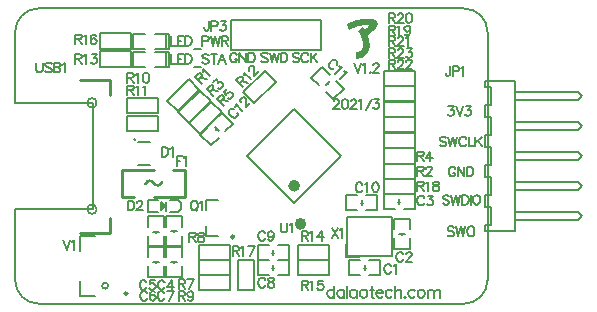
<source format=gto>
G04*
G04 #@! TF.GenerationSoftware,Altium Limited,Altium Designer,18.1.9 (240)*
G04*
G04 Layer_Color=65535*
%FSLAX25Y25*%
%MOIN*%
G70*
G01*
G75*
%ADD10C,0.01000*%
%ADD11C,0.00591*%
%ADD12C,0.00984*%
%ADD13C,0.02000*%
%ADD14C,0.01968*%
%ADD15C,0.00600*%
%ADD16C,0.00800*%
%ADD17C,0.00787*%
%ADD18C,0.00500*%
%ADD19R,0.00700X0.01400*%
G36*
X118058Y95045D02*
X118412Y95024D01*
X118755Y94983D01*
X119099Y94920D01*
X119109D01*
X119140Y94910D01*
X119182Y94899D01*
X119244Y94878D01*
X119317Y94858D01*
X119401Y94837D01*
X119588Y94774D01*
X119796Y94691D01*
X120004Y94587D01*
X120202Y94462D01*
X120285Y94400D01*
X120369Y94327D01*
X120389Y94306D01*
X120431Y94254D01*
X120504Y94181D01*
X120577Y94067D01*
X120660Y93941D01*
X120733Y93785D01*
X120796Y93619D01*
X120827Y93432D01*
Y93421D01*
Y93411D01*
Y93379D01*
Y93338D01*
Y93234D01*
X120806Y93098D01*
X120775Y92921D01*
X120712Y92724D01*
X120618Y92505D01*
X120566Y92391D01*
X120494Y92265D01*
X120483Y92245D01*
X120442Y92182D01*
X120379Y92089D01*
X120285Y91964D01*
X120160Y91808D01*
X120004Y91620D01*
X119817Y91422D01*
X119598Y91204D01*
X119588Y91193D01*
X119567Y91172D01*
X119536Y91141D01*
X119484Y91100D01*
X119411Y91037D01*
X119328Y90964D01*
X119224Y90881D01*
X119109Y90777D01*
X118974Y90673D01*
X118828Y90558D01*
X118661Y90423D01*
X118474Y90288D01*
X118266Y90142D01*
X118037Y89975D01*
X117797Y89809D01*
X117537Y89632D01*
Y89621D01*
X117548Y89590D01*
X117568Y89538D01*
X117589Y89465D01*
X117610Y89382D01*
X117641Y89278D01*
X117673Y89174D01*
X117704Y89049D01*
X117777Y88778D01*
X117850Y88497D01*
X117933Y88216D01*
X117995Y87935D01*
Y87925D01*
X118006Y87904D01*
X118016Y87862D01*
X118026Y87810D01*
X118037Y87748D01*
X118047Y87664D01*
X118068Y87581D01*
X118078Y87477D01*
X118120Y87238D01*
X118151Y86977D01*
X118172Y86675D01*
X118193Y86353D01*
Y86342D01*
Y86311D01*
Y86269D01*
Y86207D01*
Y86124D01*
Y86030D01*
Y85926D01*
X118183Y85811D01*
X118162Y85551D01*
X118120Y85260D01*
X118058Y84947D01*
X117974Y84625D01*
Y84614D01*
X117964Y84583D01*
X117943Y84541D01*
X117922Y84479D01*
X117891Y84396D01*
X117850Y84312D01*
X117797Y84208D01*
X117745Y84094D01*
X117600Y83823D01*
X117506Y83688D01*
X117412Y83532D01*
X117308Y83386D01*
X117183Y83219D01*
X117048Y83063D01*
X116902Y82897D01*
X116892Y82886D01*
X116871Y82855D01*
X116819Y82813D01*
X116767Y82761D01*
X116683Y82688D01*
X116600Y82605D01*
X116496Y82522D01*
X116382Y82438D01*
X116257Y82345D01*
X116132Y82251D01*
X115840Y82085D01*
X115684Y82012D01*
X115528Y81949D01*
X115361Y81897D01*
X115195Y81855D01*
X113790Y81512D01*
X113477Y83771D01*
X113508D01*
X113540Y83781D01*
X113581Y83792D01*
X113633Y83802D01*
X113696Y83813D01*
X113852Y83844D01*
X114039Y83886D01*
X114248Y83938D01*
X114487Y84000D01*
X114737Y84073D01*
X114747D01*
X114768Y84083D01*
X114799Y84104D01*
X114851Y84125D01*
X114966Y84187D01*
X115112Y84291D01*
X115195Y84354D01*
X115278Y84437D01*
X115351Y84521D01*
X115434Y84614D01*
X115507Y84729D01*
X115580Y84854D01*
X115653Y84989D01*
X115705Y85135D01*
Y85145D01*
X115715Y85176D01*
X115736Y85218D01*
X115747Y85270D01*
X115768Y85343D01*
X115799Y85426D01*
X115840Y85614D01*
X115892Y85822D01*
X115934Y86040D01*
X115965Y86259D01*
X115976Y86446D01*
Y86457D01*
Y86467D01*
Y86530D01*
X115965Y86634D01*
X115955Y86759D01*
X115934Y86915D01*
X115913Y87102D01*
X115882Y87300D01*
X115840Y87519D01*
Y87529D01*
X115830Y87550D01*
Y87581D01*
X115820Y87623D01*
X115799Y87675D01*
X115788Y87748D01*
X115747Y87914D01*
X115684Y88112D01*
X115611Y88341D01*
X115528Y88591D01*
X115424Y88862D01*
Y88872D01*
X115413Y88893D01*
X115393Y88934D01*
X115372Y88986D01*
X115351Y89049D01*
X115320Y89122D01*
X115247Y89278D01*
X115153Y89465D01*
X115060Y89653D01*
X114955Y89819D01*
X114851Y89975D01*
X114216Y90850D01*
X115913Y92161D01*
X116538Y91422D01*
X116559Y91433D01*
X116611Y91464D01*
X116683Y91506D01*
X116777Y91568D01*
X116881Y91631D01*
X116985Y91703D01*
X117089Y91766D01*
X117194Y91839D01*
X117204Y91849D01*
X117235Y91870D01*
X117287Y91912D01*
X117360Y91974D01*
X117433Y92047D01*
X117527Y92141D01*
X117620Y92245D01*
X117725Y92359D01*
X117735Y92370D01*
X117766Y92411D01*
X117808Y92474D01*
X117860Y92547D01*
X117902Y92620D01*
X117933Y92692D01*
X117943Y92765D01*
X117933Y92817D01*
Y92828D01*
X117912Y92838D01*
X117891Y92859D01*
X117850Y92890D01*
X117797Y92921D01*
X117725Y92953D01*
X117631Y92984D01*
X117506Y93005D01*
X117485D01*
X117433Y93015D01*
X117225D01*
X117058Y93005D01*
X116965Y92994D01*
X116860Y92984D01*
X116736Y92973D01*
X116611Y92953D01*
X116465Y92932D01*
X116319Y92911D01*
X116309D01*
X116278Y92901D01*
X116236D01*
X116174Y92890D01*
X116101Y92869D01*
X116007Y92859D01*
X115903Y92838D01*
X115788Y92817D01*
X115653Y92786D01*
X115518Y92755D01*
X115216Y92692D01*
X114883Y92620D01*
X114529Y92526D01*
X114518D01*
X114487Y92515D01*
X114425Y92495D01*
X114341Y92474D01*
X114237Y92443D01*
X114102Y92391D01*
X113935Y92338D01*
X113748Y92276D01*
X113529Y92203D01*
X113279Y92109D01*
X113009Y92016D01*
X112697Y91901D01*
X112353Y91766D01*
X111989Y91620D01*
X111572Y91464D01*
X111135Y91287D01*
X110490Y93244D01*
X110510Y93255D01*
X110552Y93275D01*
X110625Y93306D01*
X110719Y93348D01*
X110844Y93400D01*
X110989Y93452D01*
X111156Y93525D01*
X111343Y93608D01*
X111551Y93692D01*
X111770Y93775D01*
X111999Y93869D01*
X112249Y93962D01*
X112509Y94067D01*
X112780Y94160D01*
X113331Y94368D01*
X113352Y94379D01*
X113404Y94389D01*
X113488Y94420D01*
X113602Y94452D01*
X113748Y94493D01*
X113925Y94545D01*
X114133Y94597D01*
X114362Y94660D01*
X114612Y94712D01*
X114893Y94774D01*
X115205Y94826D01*
X115528Y94878D01*
X115872Y94930D01*
X116236Y94983D01*
X116621Y95014D01*
X117027Y95045D01*
X117079D01*
X117142Y95055D01*
X117735D01*
X118058Y95045D01*
D02*
G37*
D10*
X46250Y40213D02*
G03*
X48998Y40574I1299J750D01*
G01*
X46250Y40213D02*
G03*
X43502Y39851I-1299J-750D01*
G01*
X21500Y74713D02*
X31500D01*
Y69713D02*
Y74713D01*
X21500Y23713D02*
X31500D01*
Y28713D01*
X52750Y35713D02*
X56750D01*
Y44713D01*
X52750D02*
X56750D01*
X37250D02*
X46250D01*
Y35713D02*
X55250D01*
X35750D02*
X39750D01*
X35750D02*
Y44713D01*
X39750D01*
D11*
X31000Y6000D02*
G03*
X31000Y6000I-1000J0D01*
G01*
X110634Y28846D02*
X125634D01*
Y15846D02*
Y28846D01*
X110634Y15846D02*
X125634D01*
X110634D02*
Y28846D01*
D12*
X37441Y3445D02*
G03*
X37441Y3445I-492J0D01*
G01*
X72992Y22291D02*
G03*
X72992Y22291I-492J0D01*
G01*
D13*
X96106Y26585D02*
G03*
X96106Y26585I-984J0D01*
G01*
D14*
X93984Y39313D02*
G03*
X93984Y39313I-984J0D01*
G01*
D15*
X40896Y54047D02*
X45103D01*
X40896Y46347D02*
X45103D01*
X44153Y30500D02*
Y34500D01*
Y30500D02*
X47731D01*
X44153Y34500D02*
X47731D01*
X54353Y30500D02*
X55353Y31500D01*
X51731Y30500D02*
X54353D01*
X55353Y31500D02*
Y33500D01*
X54353Y34500D02*
X55353Y33500D01*
X51731Y34500D02*
X54353D01*
X50454Y31000D02*
Y34000D01*
X48753Y33900D02*
X50153Y32500D01*
X48753Y31100D02*
X50153Y32500D01*
X48753Y31100D02*
Y33900D01*
X49154Y32500D02*
X50153D01*
X86059Y17000D02*
X86359D01*
X85759D02*
X86059D01*
Y16100D02*
Y17900D01*
X127759Y34000D02*
X128059D01*
X128359D01*
X128059Y33100D02*
Y34900D01*
X104006Y73712D02*
X104218Y73500D01*
X104430Y73288D01*
X103582Y72864D02*
X104855Y74136D01*
X187622Y37835D02*
X189000Y39213D01*
X187083Y37835D02*
X187622D01*
Y40591D02*
X189000Y39213D01*
X187083Y40591D02*
X187622D01*
X156500Y34213D02*
Y36213D01*
X158500D01*
Y37213D01*
Y42213D01*
X156500D02*
X158500D01*
X156500D02*
Y44213D01*
X166500Y34213D02*
Y44213D01*
Y40591D02*
X187083D01*
X166500Y37835D02*
X187083D01*
X166500Y67835D02*
X187083D01*
X166500Y70591D02*
X187083D01*
X156500Y74213D02*
X166500D01*
Y64213D02*
Y74213D01*
X156500Y72213D02*
Y74213D01*
Y72213D02*
X158500D01*
Y67213D02*
Y72213D01*
Y66213D02*
Y67213D01*
X156500Y66213D02*
X158500D01*
X156500Y64213D02*
Y66213D01*
X187083Y70591D02*
X187622D01*
X189000Y69213D01*
X187083Y67835D02*
X187622D01*
X189000Y69213D01*
X187622Y57835D02*
X189000Y59213D01*
X187083Y57835D02*
X187622D01*
Y60590D02*
X189000Y59213D01*
X187083Y60590D02*
X187622D01*
X156500Y54213D02*
Y56213D01*
X158500D01*
Y57213D01*
Y62213D01*
X156500D02*
X158500D01*
X156500D02*
Y64213D01*
X166500Y54213D02*
Y64213D01*
Y60590D02*
X187083D01*
X166500Y57835D02*
X187083D01*
X166500Y47835D02*
X187083D01*
X166500Y50591D02*
X187083D01*
X166500Y44213D02*
Y54213D01*
X156500Y52213D02*
Y54213D01*
Y52213D02*
X158500D01*
Y47213D02*
Y52213D01*
Y46213D02*
Y47213D01*
X156500Y46213D02*
X158500D01*
X156500Y44213D02*
Y46213D01*
X187083Y50591D02*
X187622D01*
X189000Y49213D01*
X187083Y47835D02*
X187622D01*
X189000Y49213D01*
X166500Y27835D02*
X187083D01*
X166500Y30591D02*
X187083D01*
X166500Y24213D02*
Y34213D01*
X156500Y24213D02*
X166500D01*
X156500Y32213D02*
Y34213D01*
Y32213D02*
X158500D01*
Y27213D02*
Y32213D01*
Y26213D02*
Y27213D01*
X156500Y26213D02*
X158500D01*
X156500Y24213D02*
Y26213D01*
X187083Y30591D02*
X187622D01*
X189000Y29213D01*
X187083Y27835D02*
X187622D01*
X189000Y29213D01*
X115559Y32757D02*
Y34557D01*
X115259Y33657D02*
X115559D01*
X115859D01*
X116259Y12000D02*
X116559D01*
X116859D01*
X116559Y11100D02*
Y12900D01*
X53000Y13941D02*
Y14241D01*
Y13641D02*
Y13941D01*
X52100D02*
X53900D01*
X53000Y24060D02*
Y24360D01*
Y23760D02*
Y24060D01*
X52100D02*
X53900D01*
X47000Y23941D02*
Y24241D01*
Y23641D02*
Y23941D01*
X46100D02*
X47900D01*
X66554Y58826D02*
X67827Y57554D01*
X67190Y58190D02*
X67403Y58402D01*
X66978Y57978D02*
X67190Y58190D01*
X93000Y64769D02*
X108556Y49213D01*
X77444D02*
X93000Y64769D01*
X77444Y49213D02*
X93000Y33656D01*
X108556Y49213D01*
X129000Y23232D02*
Y23532D01*
Y22932D02*
Y23232D01*
X128100D02*
X129900D01*
X47000Y13941D02*
Y14241D01*
Y13641D02*
Y13941D01*
X46100D02*
X47900D01*
X86059Y11100D02*
Y12900D01*
X85759Y12000D02*
X86059D01*
X86359D01*
X39802Y55001D02*
X39650Y54849D01*
X39802Y54697D01*
X39954Y54849D01*
X39802Y55001D01*
X106285Y5999D02*
Y2000D01*
Y4095D02*
X105904Y4476D01*
X105524Y4666D01*
X104952D01*
X104571Y4476D01*
X104190Y4095D01*
X104000Y3523D01*
Y3143D01*
X104190Y2571D01*
X104571Y2190D01*
X104952Y2000D01*
X105524D01*
X105904Y2190D01*
X106285Y2571D01*
X109637Y4666D02*
Y2000D01*
Y4095D02*
X109256Y4476D01*
X108875Y4666D01*
X108304D01*
X107923Y4476D01*
X107542Y4095D01*
X107352Y3523D01*
Y3143D01*
X107542Y2571D01*
X107923Y2190D01*
X108304Y2000D01*
X108875D01*
X109256Y2190D01*
X109637Y2571D01*
X110703Y5999D02*
Y2000D01*
X113827Y4666D02*
Y2000D01*
Y4095D02*
X113446Y4476D01*
X113065Y4666D01*
X112493D01*
X112113Y4476D01*
X111732Y4095D01*
X111541Y3523D01*
Y3143D01*
X111732Y2571D01*
X112113Y2190D01*
X112493Y2000D01*
X113065D01*
X113446Y2190D01*
X113827Y2571D01*
X115845Y4666D02*
X115464Y4476D01*
X115083Y4095D01*
X114893Y3523D01*
Y3143D01*
X115083Y2571D01*
X115464Y2190D01*
X115845Y2000D01*
X116416D01*
X116797Y2190D01*
X117178Y2571D01*
X117369Y3143D01*
Y3523D01*
X117178Y4095D01*
X116797Y4476D01*
X116416Y4666D01*
X115845D01*
X118816Y5999D02*
Y2762D01*
X119006Y2190D01*
X119387Y2000D01*
X119768D01*
X118245Y4666D02*
X119578D01*
X120339Y3523D02*
X122625D01*
Y3904D01*
X122434Y4285D01*
X122244Y4476D01*
X121863Y4666D01*
X121291D01*
X120911Y4476D01*
X120530Y4095D01*
X120339Y3523D01*
Y3143D01*
X120530Y2571D01*
X120911Y2190D01*
X121291Y2000D01*
X121863D01*
X122244Y2190D01*
X122625Y2571D01*
X125767Y4095D02*
X125386Y4476D01*
X125005Y4666D01*
X124434D01*
X124053Y4476D01*
X123672Y4095D01*
X123482Y3523D01*
Y3143D01*
X123672Y2571D01*
X124053Y2190D01*
X124434Y2000D01*
X125005D01*
X125386Y2190D01*
X125767Y2571D01*
X126624Y5999D02*
Y2000D01*
Y3904D02*
X127195Y4476D01*
X127576Y4666D01*
X128147D01*
X128528Y4476D01*
X128718Y3904D01*
Y2000D01*
X129956Y2381D02*
X129766Y2190D01*
X129956Y2000D01*
X130147Y2190D01*
X129956Y2381D01*
X133308Y4095D02*
X132927Y4476D01*
X132546Y4666D01*
X131975D01*
X131594Y4476D01*
X131213Y4095D01*
X131023Y3523D01*
Y3143D01*
X131213Y2571D01*
X131594Y2190D01*
X131975Y2000D01*
X132546D01*
X132927Y2190D01*
X133308Y2571D01*
X135117Y4666D02*
X134736Y4476D01*
X134355Y4095D01*
X134165Y3523D01*
Y3143D01*
X134355Y2571D01*
X134736Y2190D01*
X135117Y2000D01*
X135688D01*
X136069Y2190D01*
X136450Y2571D01*
X136641Y3143D01*
Y3523D01*
X136450Y4095D01*
X136069Y4476D01*
X135688Y4666D01*
X135117D01*
X137517D02*
Y2000D01*
Y3904D02*
X138088Y4476D01*
X138469Y4666D01*
X139040D01*
X139421Y4476D01*
X139611Y3904D01*
Y2000D01*
Y3904D02*
X140183Y4476D01*
X140564Y4666D01*
X141135D01*
X141516Y4476D01*
X141706Y3904D01*
Y2000D01*
X113000Y80199D02*
X114219Y77000D01*
X115438Y80199D02*
X114219Y77000D01*
X115849Y79590D02*
X116154Y79742D01*
X116611Y80199D01*
Y77000D01*
X118347Y77305D02*
X118195Y77152D01*
X118347Y77000D01*
X118500Y77152D01*
X118347Y77305D01*
X119353Y79438D02*
Y79590D01*
X119505Y79895D01*
X119658Y80047D01*
X119962Y80199D01*
X120572D01*
X120876Y80047D01*
X121029Y79895D01*
X121181Y79590D01*
Y79285D01*
X121029Y78980D01*
X120724Y78523D01*
X119201Y77000D01*
X121333D01*
X106152Y67438D02*
Y67590D01*
X106305Y67895D01*
X106457Y68047D01*
X106762Y68199D01*
X107371D01*
X107676Y68047D01*
X107828Y67895D01*
X107981Y67590D01*
Y67285D01*
X107828Y66980D01*
X107524Y66523D01*
X106000Y65000D01*
X108133D01*
X109763Y68199D02*
X109306Y68047D01*
X109001Y67590D01*
X108849Y66828D01*
Y66371D01*
X109001Y65609D01*
X109306Y65152D01*
X109763Y65000D01*
X110068D01*
X110525Y65152D01*
X110829Y65609D01*
X110982Y66371D01*
Y66828D01*
X110829Y67590D01*
X110525Y68047D01*
X110068Y68199D01*
X109763D01*
X111850Y67438D02*
Y67590D01*
X112003Y67895D01*
X112155Y68047D01*
X112460Y68199D01*
X113069D01*
X113374Y68047D01*
X113526Y67895D01*
X113678Y67590D01*
Y67285D01*
X113526Y66980D01*
X113221Y66523D01*
X111698Y65000D01*
X113831D01*
X114547Y67590D02*
X114851Y67742D01*
X115308Y68199D01*
Y65000D01*
X116893Y64543D02*
X119026Y68199D01*
X119544D02*
X121220D01*
X120306Y66980D01*
X120763D01*
X121067Y66828D01*
X121220Y66676D01*
X121372Y66219D01*
Y65914D01*
X121220Y65457D01*
X120915Y65152D01*
X120458Y65000D01*
X120001D01*
X119544Y65152D01*
X119391Y65305D01*
X119239Y65609D01*
X94633Y83242D02*
X94328Y83547D01*
X93871Y83699D01*
X93262D01*
X92805Y83547D01*
X92500Y83242D01*
Y82938D01*
X92652Y82633D01*
X92805Y82481D01*
X93109Y82328D01*
X94024Y82024D01*
X94328Y81871D01*
X94481Y81719D01*
X94633Y81414D01*
Y80957D01*
X94328Y80652D01*
X93871Y80500D01*
X93262D01*
X92805Y80652D01*
X92500Y80957D01*
X97634Y82938D02*
X97482Y83242D01*
X97177Y83547D01*
X96872Y83699D01*
X96263D01*
X95958Y83547D01*
X95654Y83242D01*
X95501Y82938D01*
X95349Y82481D01*
Y81719D01*
X95501Y81262D01*
X95654Y80957D01*
X95958Y80652D01*
X96263Y80500D01*
X96872D01*
X97177Y80652D01*
X97482Y80957D01*
X97634Y81262D01*
X98533Y83699D02*
Y80500D01*
X100666Y83699D02*
X98533Y81566D01*
X99295Y82328D02*
X100666Y80500D01*
X84133Y83242D02*
X83828Y83547D01*
X83371Y83699D01*
X82762D01*
X82305Y83547D01*
X82000Y83242D01*
Y82938D01*
X82152Y82633D01*
X82305Y82481D01*
X82609Y82328D01*
X83523Y82024D01*
X83828Y81871D01*
X83981Y81719D01*
X84133Y81414D01*
Y80957D01*
X83828Y80652D01*
X83371Y80500D01*
X82762D01*
X82305Y80652D01*
X82000Y80957D01*
X84849Y83699D02*
X85611Y80500D01*
X86372Y83699D02*
X85611Y80500D01*
X86372Y83699D02*
X87134Y80500D01*
X87896Y83699D02*
X87134Y80500D01*
X88536Y83699D02*
Y80500D01*
Y83699D02*
X89602D01*
X90059Y83547D01*
X90364Y83242D01*
X90516Y82938D01*
X90669Y82481D01*
Y81719D01*
X90516Y81262D01*
X90364Y80957D01*
X90059Y80652D01*
X89602Y80500D01*
X88536D01*
X73930Y82938D02*
X73778Y83242D01*
X73473Y83547D01*
X73168Y83699D01*
X72559D01*
X72254Y83547D01*
X71950Y83242D01*
X71797Y82938D01*
X71645Y82481D01*
Y81719D01*
X71797Y81262D01*
X71950Y80957D01*
X72254Y80652D01*
X72559Y80500D01*
X73168D01*
X73473Y80652D01*
X73778Y80957D01*
X73930Y81262D01*
Y81719D01*
X73168D02*
X73930D01*
X74661Y83699D02*
Y80500D01*
Y83699D02*
X76794Y80500D01*
Y83699D02*
Y80500D01*
X77678Y83699D02*
Y80500D01*
Y83699D02*
X78744D01*
X79202Y83547D01*
X79506Y83242D01*
X79659Y82938D01*
X79811Y82481D01*
Y81719D01*
X79659Y81262D01*
X79506Y80957D01*
X79202Y80652D01*
X78744Y80500D01*
X77678D01*
X146278Y25302D02*
X145973Y25607D01*
X145516Y25759D01*
X144907D01*
X144450Y25607D01*
X144145Y25302D01*
Y24998D01*
X144297Y24693D01*
X144450Y24541D01*
X144754Y24388D01*
X145668Y24084D01*
X145973Y23931D01*
X146125Y23779D01*
X146278Y23474D01*
Y23017D01*
X145973Y22713D01*
X145516Y22560D01*
X144907D01*
X144450Y22713D01*
X144145Y23017D01*
X146994Y25759D02*
X147756Y22560D01*
X148517Y25759D02*
X147756Y22560D01*
X148517Y25759D02*
X149279Y22560D01*
X150041Y25759D02*
X149279Y22560D01*
X151595Y25759D02*
X151290Y25607D01*
X150985Y25302D01*
X150833Y24998D01*
X150681Y24541D01*
Y23779D01*
X150833Y23322D01*
X150985Y23017D01*
X151290Y22713D01*
X151595Y22560D01*
X152204D01*
X152509Y22713D01*
X152814Y23017D01*
X152966Y23322D01*
X153118Y23779D01*
Y24541D01*
X152966Y24998D01*
X152814Y25302D01*
X152509Y25607D01*
X152204Y25759D01*
X151595D01*
X143633Y55242D02*
X143328Y55547D01*
X142871Y55699D01*
X142262D01*
X141805Y55547D01*
X141500Y55242D01*
Y54938D01*
X141652Y54633D01*
X141805Y54480D01*
X142109Y54328D01*
X143024Y54023D01*
X143328Y53871D01*
X143481Y53719D01*
X143633Y53414D01*
Y52957D01*
X143328Y52652D01*
X142871Y52500D01*
X142262D01*
X141805Y52652D01*
X141500Y52957D01*
X144349Y55699D02*
X145111Y52500D01*
X145872Y55699D02*
X145111Y52500D01*
X145872Y55699D02*
X146634Y52500D01*
X147396Y55699D02*
X146634Y52500D01*
X150321Y54938D02*
X150169Y55242D01*
X149864Y55547D01*
X149559Y55699D01*
X148950D01*
X148645Y55547D01*
X148340Y55242D01*
X148188Y54938D01*
X148036Y54480D01*
Y53719D01*
X148188Y53262D01*
X148340Y52957D01*
X148645Y52652D01*
X148950Y52500D01*
X149559D01*
X149864Y52652D01*
X150169Y52957D01*
X150321Y53262D01*
X151220Y55699D02*
Y52500D01*
X153048D01*
X153398Y55699D02*
Y52500D01*
X155531Y55699D02*
X153398Y53566D01*
X154160Y54328D02*
X155531Y52500D01*
X144633Y35742D02*
X144328Y36047D01*
X143871Y36199D01*
X143262D01*
X142805Y36047D01*
X142500Y35742D01*
Y35438D01*
X142652Y35133D01*
X142805Y34980D01*
X143109Y34828D01*
X144024Y34523D01*
X144328Y34371D01*
X144481Y34219D01*
X144633Y33914D01*
Y33457D01*
X144328Y33152D01*
X143871Y33000D01*
X143262D01*
X142805Y33152D01*
X142500Y33457D01*
X145349Y36199D02*
X146111Y33000D01*
X146872Y36199D02*
X146111Y33000D01*
X146872Y36199D02*
X147634Y33000D01*
X148396Y36199D02*
X147634Y33000D01*
X149036Y36199D02*
Y33000D01*
Y36199D02*
X150102D01*
X150559Y36047D01*
X150864Y35742D01*
X151016Y35438D01*
X151169Y34980D01*
Y34219D01*
X151016Y33762D01*
X150864Y33457D01*
X150559Y33152D01*
X150102Y33000D01*
X149036D01*
X151885Y36199D02*
Y33000D01*
X153469Y36199D02*
X153164Y36047D01*
X152860Y35742D01*
X152707Y35438D01*
X152555Y34980D01*
Y34219D01*
X152707Y33762D01*
X152860Y33457D01*
X153164Y33152D01*
X153469Y33000D01*
X154078D01*
X154383Y33152D01*
X154688Y33457D01*
X154840Y33762D01*
X154993Y34219D01*
Y34980D01*
X154840Y35438D01*
X154688Y35742D01*
X154383Y36047D01*
X154078Y36199D01*
X153469D01*
X144450Y65906D02*
X146125D01*
X145211Y64687D01*
X145668D01*
X145973Y64535D01*
X146125Y64382D01*
X146278Y63925D01*
Y63621D01*
X146125Y63164D01*
X145821Y62859D01*
X145364Y62707D01*
X144907D01*
X144450Y62859D01*
X144297Y63011D01*
X144145Y63316D01*
X146994Y65906D02*
X148213Y62707D01*
X149432Y65906D02*
X148213Y62707D01*
X150147Y65906D02*
X151823D01*
X150909Y64687D01*
X151366D01*
X151671Y64535D01*
X151823Y64382D01*
X151976Y63925D01*
Y63621D01*
X151823Y63164D01*
X151519Y62859D01*
X151062Y62707D01*
X150605D01*
X150147Y62859D01*
X149995Y63011D01*
X149843Y63316D01*
X146785Y44938D02*
X146633Y45242D01*
X146328Y45547D01*
X146023Y45699D01*
X145414D01*
X145109Y45547D01*
X144805Y45242D01*
X144652Y44938D01*
X144500Y44480D01*
Y43719D01*
X144652Y43262D01*
X144805Y42957D01*
X145109Y42652D01*
X145414Y42500D01*
X146023D01*
X146328Y42652D01*
X146633Y42957D01*
X146785Y43262D01*
Y43719D01*
X146023D02*
X146785D01*
X147517Y45699D02*
Y42500D01*
Y45699D02*
X149649Y42500D01*
Y45699D02*
Y42500D01*
X150533Y45699D02*
Y42500D01*
Y45699D02*
X151599D01*
X152057Y45547D01*
X152361Y45242D01*
X152514Y44938D01*
X152666Y44480D01*
Y43719D01*
X152514Y43262D01*
X152361Y42957D01*
X152057Y42652D01*
X151599Y42500D01*
X150533D01*
X7000Y80318D02*
Y78033D01*
X7152Y77576D01*
X7457Y77271D01*
X7914Y77119D01*
X8219D01*
X8676Y77271D01*
X8980Y77576D01*
X9133Y78033D01*
Y80318D01*
X12149Y79861D02*
X11845Y80166D01*
X11388Y80318D01*
X10778D01*
X10321Y80166D01*
X10017Y79861D01*
Y79557D01*
X10169Y79252D01*
X10321Y79100D01*
X10626Y78947D01*
X11540Y78642D01*
X11845Y78490D01*
X11997Y78338D01*
X12149Y78033D01*
Y77576D01*
X11845Y77271D01*
X11388Y77119D01*
X10778D01*
X10321Y77271D01*
X10017Y77576D01*
X12865Y80318D02*
Y77119D01*
Y80318D02*
X14236D01*
X14694Y80166D01*
X14846Y80014D01*
X14998Y79709D01*
Y79404D01*
X14846Y79100D01*
X14694Y78947D01*
X14236Y78795D01*
X12865D02*
X14236D01*
X14694Y78642D01*
X14846Y78490D01*
X14998Y78185D01*
Y77728D01*
X14846Y77424D01*
X14694Y77271D01*
X14236Y77119D01*
X12865D01*
X15714Y79709D02*
X16019Y79861D01*
X16476Y80318D01*
Y77119D01*
X48853Y52199D02*
Y49000D01*
Y52199D02*
X49920D01*
X50377Y52047D01*
X50682Y51742D01*
X50834Y51438D01*
X50986Y50981D01*
Y50219D01*
X50834Y49762D01*
X50682Y49457D01*
X50377Y49152D01*
X49920Y49000D01*
X48853D01*
X51702Y51590D02*
X52007Y51742D01*
X52464Y52199D01*
Y49000D01*
X83285Y23438D02*
X83133Y23742D01*
X82828Y24047D01*
X82524Y24199D01*
X81914D01*
X81609Y24047D01*
X81305Y23742D01*
X81152Y23438D01*
X81000Y22980D01*
Y22219D01*
X81152Y21762D01*
X81305Y21457D01*
X81609Y21152D01*
X81914Y21000D01*
X82524D01*
X82828Y21152D01*
X83133Y21457D01*
X83285Y21762D01*
X86165Y23133D02*
X86012Y22676D01*
X85708Y22371D01*
X85251Y22219D01*
X85098D01*
X84641Y22371D01*
X84336Y22676D01*
X84184Y23133D01*
Y23285D01*
X84336Y23742D01*
X84641Y24047D01*
X85098Y24199D01*
X85251D01*
X85708Y24047D01*
X86012Y23742D01*
X86165Y23133D01*
Y22371D01*
X86012Y21609D01*
X85708Y21152D01*
X85251Y21000D01*
X84946D01*
X84489Y21152D01*
X84336Y21457D01*
X136285Y35194D02*
X136133Y35499D01*
X135828Y35803D01*
X135523Y35956D01*
X134914D01*
X134609Y35803D01*
X134305Y35499D01*
X134152Y35194D01*
X134000Y34737D01*
Y33975D01*
X134152Y33518D01*
X134305Y33214D01*
X134609Y32909D01*
X134914Y32757D01*
X135523D01*
X135828Y32909D01*
X136133Y33214D01*
X136285Y33518D01*
X137489Y35956D02*
X139165D01*
X138251Y34737D01*
X138708D01*
X139012Y34585D01*
X139165Y34432D01*
X139317Y33975D01*
Y33671D01*
X139165Y33214D01*
X138860Y32909D01*
X138403Y32757D01*
X137946D01*
X137489Y32909D01*
X137336Y33061D01*
X137184Y33366D01*
X107340Y79608D02*
X107447Y79931D01*
Y80362D01*
X107340Y80685D01*
X106909Y81116D01*
X106585Y81224D01*
X106155Y81224D01*
X105831Y81116D01*
X105401Y80901D01*
X104862Y80362D01*
X104646Y79931D01*
X104539Y79608D01*
Y79177D01*
X104646Y78854D01*
X105077Y78423D01*
X105401Y78315D01*
X105831Y78315D01*
X106155Y78423D01*
X108083Y79080D02*
X108406Y78972D01*
X109052D01*
X106790Y76710D01*
X109742Y77421D02*
X110065Y77313D01*
X110711D01*
X108449Y75051D01*
X64524Y94199D02*
Y91762D01*
X64371Y91305D01*
X64219Y91152D01*
X63914Y91000D01*
X63609D01*
X63305Y91152D01*
X63152Y91305D01*
X63000Y91762D01*
Y92066D01*
X65346Y92523D02*
X66717D01*
X67174Y92676D01*
X67327Y92828D01*
X67479Y93133D01*
Y93590D01*
X67327Y93895D01*
X67174Y94047D01*
X66717Y94199D01*
X65346D01*
Y91000D01*
X68500Y94199D02*
X70176D01*
X69261Y92980D01*
X69719D01*
X70023Y92828D01*
X70176Y92676D01*
X70328Y92219D01*
Y91914D01*
X70176Y91457D01*
X69871Y91152D01*
X69414Y91000D01*
X68957D01*
X68500Y91152D01*
X68347Y91305D01*
X68195Y91609D01*
X124500Y85199D02*
Y82000D01*
Y85199D02*
X125871D01*
X126328Y85047D01*
X126480Y84895D01*
X126633Y84590D01*
Y84285D01*
X126480Y83981D01*
X126328Y83828D01*
X125871Y83676D01*
X124500D01*
X125566D02*
X126633Y82000D01*
X127501Y84438D02*
Y84590D01*
X127654Y84895D01*
X127806Y85047D01*
X128111Y85199D01*
X128720D01*
X129025Y85047D01*
X129177Y84895D01*
X129329Y84590D01*
Y84285D01*
X129177Y83981D01*
X128872Y83523D01*
X127349Y82000D01*
X129482D01*
X130502Y85199D02*
X132178D01*
X131264Y83981D01*
X131721D01*
X132026Y83828D01*
X132178Y83676D01*
X132331Y83219D01*
Y82914D01*
X132178Y82457D01*
X131874Y82152D01*
X131417Y82000D01*
X130960D01*
X130502Y82152D01*
X130350Y82305D01*
X130198Y82609D01*
X124500Y81379D02*
Y78180D01*
Y81379D02*
X125871D01*
X126328Y81227D01*
X126480Y81075D01*
X126633Y80770D01*
Y80465D01*
X126480Y80160D01*
X126328Y80008D01*
X125871Y79856D01*
X124500D01*
X125566D02*
X126633Y78180D01*
X127501Y80617D02*
Y80770D01*
X127654Y81075D01*
X127806Y81227D01*
X128111Y81379D01*
X128720D01*
X129025Y81227D01*
X129177Y81075D01*
X129329Y80770D01*
Y80465D01*
X129177Y80160D01*
X128872Y79703D01*
X127349Y78180D01*
X129482D01*
X130350Y80617D02*
Y80770D01*
X130502Y81075D01*
X130655Y81227D01*
X130960Y81379D01*
X131569D01*
X131874Y81227D01*
X132026Y81075D01*
X132178Y80770D01*
Y80465D01*
X132026Y80160D01*
X131721Y79703D01*
X130198Y78180D01*
X132331D01*
X124500Y89199D02*
Y86000D01*
Y89199D02*
X125871D01*
X126328Y89047D01*
X126480Y88895D01*
X126633Y88590D01*
Y88285D01*
X126480Y87981D01*
X126328Y87828D01*
X125871Y87676D01*
X124500D01*
X125566D02*
X126633Y86000D01*
X127501Y88438D02*
Y88590D01*
X127654Y88895D01*
X127806Y89047D01*
X128111Y89199D01*
X128720D01*
X129025Y89047D01*
X129177Y88895D01*
X129329Y88590D01*
Y88285D01*
X129177Y87981D01*
X128872Y87524D01*
X127349Y86000D01*
X129482D01*
X130198Y88590D02*
X130502Y88742D01*
X130960Y89199D01*
Y86000D01*
X124500Y96846D02*
Y93647D01*
Y96846D02*
X125871D01*
X126328Y96693D01*
X126480Y96541D01*
X126633Y96236D01*
Y95932D01*
X126480Y95627D01*
X126328Y95475D01*
X125871Y95322D01*
X124500D01*
X125566D02*
X126633Y93647D01*
X127501Y96084D02*
Y96236D01*
X127654Y96541D01*
X127806Y96693D01*
X128111Y96846D01*
X128720D01*
X129025Y96693D01*
X129177Y96541D01*
X129329Y96236D01*
Y95932D01*
X129177Y95627D01*
X128872Y95170D01*
X127349Y93647D01*
X129482D01*
X131112Y96846D02*
X130655Y96693D01*
X130350Y96236D01*
X130198Y95475D01*
Y95018D01*
X130350Y94256D01*
X130655Y93799D01*
X131112Y93647D01*
X131417D01*
X131874Y93799D01*
X132178Y94256D01*
X132331Y95018D01*
Y95475D01*
X132178Y96236D01*
X131874Y96693D01*
X131417Y96846D01*
X131112D01*
X124500Y92699D02*
Y89500D01*
Y92699D02*
X125871D01*
X126328Y92547D01*
X126480Y92395D01*
X126633Y92090D01*
Y91785D01*
X126480Y91480D01*
X126328Y91328D01*
X125871Y91176D01*
X124500D01*
X125566D02*
X126633Y89500D01*
X127349Y92090D02*
X127654Y92242D01*
X128111Y92699D01*
Y89500D01*
X131676Y91633D02*
X131523Y91176D01*
X131219Y90871D01*
X130762Y90719D01*
X130609D01*
X130152Y90871D01*
X129847Y91176D01*
X129695Y91633D01*
Y91785D01*
X129847Y92242D01*
X130152Y92547D01*
X130609Y92699D01*
X130762D01*
X131219Y92547D01*
X131523Y92242D01*
X131676Y91633D01*
Y90871D01*
X131523Y90109D01*
X131219Y89652D01*
X130762Y89500D01*
X130457D01*
X130000Y89652D01*
X129847Y89957D01*
X145024Y79145D02*
Y76708D01*
X144871Y76251D01*
X144719Y76098D01*
X144414Y75946D01*
X144109D01*
X143805Y76098D01*
X143652Y76251D01*
X143500Y76708D01*
Y77012D01*
X145846Y77469D02*
X147217D01*
X147674Y77622D01*
X147827Y77774D01*
X147979Y78079D01*
Y78536D01*
X147827Y78841D01*
X147674Y78993D01*
X147217Y79145D01*
X145846D01*
Y75946D01*
X148695Y78536D02*
X149000Y78688D01*
X149457Y79145D01*
Y75946D01*
X73738Y74475D02*
X76000Y72213D01*
X73738Y74475D02*
X74707Y75444D01*
X75138Y75660D01*
X75354D01*
X75677Y75552D01*
X75892Y75337D01*
X76000Y75014D01*
Y74798D01*
X75784Y74367D01*
X74815Y73398D01*
X75569Y74152D02*
X77508Y73721D01*
X76183Y76058D02*
X76291Y76382D01*
Y77028D01*
X78553Y74766D01*
X78058Y77717D02*
X77950Y77825D01*
X77842Y78148D01*
X77842Y78364D01*
X77950Y78687D01*
X78381Y79118D01*
X78704Y79226D01*
X78919D01*
X79243Y79118D01*
X79458Y78902D01*
X79566Y78579D01*
X79673Y78041D01*
Y75886D01*
X81182Y77394D01*
X105500Y25218D02*
X107633Y22019D01*
Y25218D02*
X105500Y22019D01*
X108349Y24609D02*
X108654Y24761D01*
X109111Y25218D01*
Y22019D01*
X16000Y21199D02*
X17219Y18000D01*
X18438Y21199D02*
X17219Y18000D01*
X18849Y20590D02*
X19154Y20742D01*
X19611Y21199D01*
Y18000D01*
X58018Y23699D02*
Y20500D01*
Y23699D02*
X59389D01*
X59846Y23547D01*
X59999Y23395D01*
X60151Y23090D01*
Y22785D01*
X59999Y22480D01*
X59846Y22328D01*
X59389Y22176D01*
X58018D01*
X59085D02*
X60151Y20500D01*
X61629Y23699D02*
X61172Y23547D01*
X61019Y23242D01*
Y22938D01*
X61172Y22633D01*
X61476Y22480D01*
X62086Y22328D01*
X62543Y22176D01*
X62848Y21871D01*
X63000Y21566D01*
Y21109D01*
X62848Y20805D01*
X62695Y20652D01*
X62238Y20500D01*
X61629D01*
X61172Y20652D01*
X61019Y20805D01*
X60867Y21109D01*
Y21566D01*
X61019Y21871D01*
X61324Y22176D01*
X61781Y22328D01*
X62391Y22480D01*
X62695Y22633D01*
X62848Y22938D01*
Y23242D01*
X62695Y23547D01*
X62238Y23699D01*
X61629D01*
X134000Y40699D02*
Y37500D01*
Y40699D02*
X135371D01*
X135828Y40547D01*
X135980Y40395D01*
X136133Y40090D01*
Y39785D01*
X135980Y39481D01*
X135828Y39328D01*
X135371Y39176D01*
X134000D01*
X135066D02*
X136133Y37500D01*
X136849Y40090D02*
X137154Y40242D01*
X137611Y40699D01*
Y37500D01*
X139957Y40699D02*
X139500Y40547D01*
X139347Y40242D01*
Y39938D01*
X139500Y39633D01*
X139804Y39481D01*
X140414Y39328D01*
X140871Y39176D01*
X141176Y38871D01*
X141328Y38566D01*
Y38109D01*
X141176Y37805D01*
X141023Y37652D01*
X140566Y37500D01*
X139957D01*
X139500Y37652D01*
X139347Y37805D01*
X139195Y38109D01*
Y38566D01*
X139347Y38871D01*
X139652Y39176D01*
X140109Y39328D01*
X140719Y39481D01*
X141023Y39633D01*
X141176Y39938D01*
Y40242D01*
X141023Y40547D01*
X140566Y40699D01*
X139957D01*
X134000Y50699D02*
Y47500D01*
Y50699D02*
X135371D01*
X135828Y50547D01*
X135980Y50395D01*
X136133Y50090D01*
Y49785D01*
X135980Y49481D01*
X135828Y49328D01*
X135371Y49176D01*
X134000D01*
X135066D02*
X136133Y47500D01*
X138372Y50699D02*
X136849Y48566D01*
X139134D01*
X138372Y50699D02*
Y47500D01*
X134000Y45699D02*
Y42500D01*
Y45699D02*
X135371D01*
X135828Y45547D01*
X135980Y45395D01*
X136133Y45090D01*
Y44785D01*
X135980Y44480D01*
X135828Y44328D01*
X135371Y44176D01*
X134000D01*
X135066D02*
X136133Y42500D01*
X137001Y44938D02*
Y45090D01*
X137154Y45395D01*
X137306Y45547D01*
X137611Y45699D01*
X138220D01*
X138525Y45547D01*
X138677Y45395D01*
X138829Y45090D01*
Y44785D01*
X138677Y44480D01*
X138372Y44023D01*
X136849Y42500D01*
X138982D01*
X95500Y7699D02*
Y4500D01*
Y7699D02*
X96871D01*
X97328Y7547D01*
X97480Y7395D01*
X97633Y7090D01*
Y6785D01*
X97480Y6481D01*
X97328Y6328D01*
X96871Y6176D01*
X95500D01*
X96566D02*
X97633Y4500D01*
X98349Y7090D02*
X98654Y7242D01*
X99111Y7699D01*
Y4500D01*
X102523Y7699D02*
X101000D01*
X100847Y6328D01*
X101000Y6481D01*
X101457Y6633D01*
X101914D01*
X102371Y6481D01*
X102676Y6176D01*
X102828Y5719D01*
Y5414D01*
X102676Y4957D01*
X102371Y4652D01*
X101914Y4500D01*
X101457D01*
X101000Y4652D01*
X100847Y4805D01*
X100695Y5109D01*
X95500Y24199D02*
Y21000D01*
Y24199D02*
X96871D01*
X97328Y24047D01*
X97480Y23895D01*
X97633Y23590D01*
Y23285D01*
X97480Y22980D01*
X97328Y22828D01*
X96871Y22676D01*
X95500D01*
X96566D02*
X97633Y21000D01*
X98349Y23590D02*
X98654Y23742D01*
X99111Y24199D01*
Y21000D01*
X102219Y24199D02*
X100695Y22066D01*
X102980D01*
X102219Y24199D02*
Y21000D01*
X72500Y19199D02*
Y16000D01*
Y19199D02*
X73871D01*
X74328Y19047D01*
X74480Y18895D01*
X74633Y18590D01*
Y18285D01*
X74480Y17980D01*
X74328Y17828D01*
X73871Y17676D01*
X72500D01*
X73566D02*
X74633Y16000D01*
X75349Y18590D02*
X75654Y18742D01*
X76111Y19199D01*
Y16000D01*
X79828Y19199D02*
X78304Y16000D01*
X77695Y19199D02*
X79828D01*
X54575Y4199D02*
Y1000D01*
Y4199D02*
X55946D01*
X56403Y4047D01*
X56555Y3895D01*
X56707Y3590D01*
Y3285D01*
X56555Y2981D01*
X56403Y2828D01*
X55946Y2676D01*
X54575D01*
X55641D02*
X56707Y1000D01*
X59404Y3133D02*
X59252Y2676D01*
X58947Y2371D01*
X58490Y2219D01*
X58337D01*
X57880Y2371D01*
X57576Y2676D01*
X57423Y3133D01*
Y3285D01*
X57576Y3742D01*
X57880Y4047D01*
X58337Y4199D01*
X58490D01*
X58947Y4047D01*
X59252Y3742D01*
X59404Y3133D01*
Y2371D01*
X59252Y1609D01*
X58947Y1152D01*
X58490Y1000D01*
X58185D01*
X57728Y1152D01*
X57576Y1457D01*
X54575Y8199D02*
Y5000D01*
Y8199D02*
X55946D01*
X56403Y8047D01*
X56555Y7895D01*
X56707Y7590D01*
Y7285D01*
X56555Y6981D01*
X56403Y6828D01*
X55946Y6676D01*
X54575D01*
X55641D02*
X56707Y5000D01*
X59556Y8199D02*
X58033Y5000D01*
X57423Y8199D02*
X59556D01*
X59414Y34297D02*
X59109Y34144D01*
X58805Y33839D01*
X58652Y33535D01*
X58500Y33078D01*
Y32316D01*
X58652Y31859D01*
X58805Y31554D01*
X59109Y31249D01*
X59414Y31097D01*
X60023D01*
X60328Y31249D01*
X60633Y31554D01*
X60785Y31859D01*
X60938Y32316D01*
Y33078D01*
X60785Y33535D01*
X60633Y33839D01*
X60328Y34144D01*
X60023Y34297D01*
X59414D01*
X59871Y31707D02*
X60785Y30792D01*
X61684Y33687D02*
X61989Y33839D01*
X62446Y34297D01*
Y31097D01*
X125285Y12438D02*
X125133Y12742D01*
X124828Y13047D01*
X124523Y13199D01*
X123914D01*
X123609Y13047D01*
X123305Y12742D01*
X123152Y12438D01*
X123000Y11981D01*
Y11219D01*
X123152Y10762D01*
X123305Y10457D01*
X123609Y10152D01*
X123914Y10000D01*
X124523D01*
X124828Y10152D01*
X125133Y10457D01*
X125285Y10762D01*
X126184Y12590D02*
X126489Y12742D01*
X126946Y13199D01*
Y10000D01*
X49785Y3438D02*
X49633Y3742D01*
X49328Y4047D01*
X49024Y4199D01*
X48414D01*
X48109Y4047D01*
X47805Y3742D01*
X47652Y3438D01*
X47500Y2981D01*
Y2219D01*
X47652Y1762D01*
X47805Y1457D01*
X48109Y1152D01*
X48414Y1000D01*
X49024D01*
X49328Y1152D01*
X49633Y1457D01*
X49785Y1762D01*
X52817Y4199D02*
X51293Y1000D01*
X50684Y4199D02*
X52817D01*
X43785Y7082D02*
X43633Y7387D01*
X43328Y7692D01*
X43023Y7844D01*
X42414D01*
X42109Y7692D01*
X41805Y7387D01*
X41652Y7082D01*
X41500Y6625D01*
Y5864D01*
X41652Y5407D01*
X41805Y5102D01*
X42109Y4797D01*
X42414Y4645D01*
X43023D01*
X43328Y4797D01*
X43633Y5102D01*
X43785Y5407D01*
X46512Y7844D02*
X44989D01*
X44836Y6473D01*
X44989Y6625D01*
X45446Y6778D01*
X45903D01*
X46360Y6625D01*
X46665Y6321D01*
X46817Y5864D01*
Y5559D01*
X46665Y5102D01*
X46360Y4797D01*
X45903Y4645D01*
X45446D01*
X44989Y4797D01*
X44836Y4950D01*
X44684Y5254D01*
X44006Y3438D02*
X43853Y3742D01*
X43549Y4047D01*
X43244Y4199D01*
X42635D01*
X42330Y4047D01*
X42025Y3742D01*
X41873Y3438D01*
X41721Y2981D01*
Y2219D01*
X41873Y1762D01*
X42025Y1457D01*
X42330Y1152D01*
X42635Y1000D01*
X43244D01*
X43549Y1152D01*
X43853Y1457D01*
X44006Y1762D01*
X46733Y3742D02*
X46580Y4047D01*
X46123Y4199D01*
X45819D01*
X45362Y4047D01*
X45057Y3590D01*
X44905Y2828D01*
Y2066D01*
X45057Y1457D01*
X45362Y1152D01*
X45819Y1000D01*
X45971D01*
X46428Y1152D01*
X46733Y1457D01*
X46885Y1914D01*
Y2066D01*
X46733Y2523D01*
X46428Y2828D01*
X45971Y2981D01*
X45819D01*
X45362Y2828D01*
X45057Y2523D01*
X44905Y2066D01*
X49845Y7082D02*
X49692Y7387D01*
X49387Y7692D01*
X49083Y7844D01*
X48474D01*
X48169Y7692D01*
X47864Y7387D01*
X47712Y7082D01*
X47559Y6625D01*
Y5864D01*
X47712Y5407D01*
X47864Y5102D01*
X48169Y4797D01*
X48474Y4645D01*
X49083D01*
X49387Y4797D01*
X49692Y5102D01*
X49845Y5407D01*
X52267Y7844D02*
X50744Y5711D01*
X53029D01*
X52267Y7844D02*
Y4645D01*
X88606Y26959D02*
Y24674D01*
X88758Y24217D01*
X89063Y23912D01*
X89520Y23760D01*
X89825D01*
X90282Y23912D01*
X90587Y24217D01*
X90739Y24674D01*
Y26959D01*
X91623Y26350D02*
X91927Y26502D01*
X92384Y26959D01*
Y23760D01*
X20000Y83199D02*
Y80000D01*
Y83199D02*
X21371D01*
X21828Y83047D01*
X21981Y82895D01*
X22133Y82590D01*
Y82285D01*
X21981Y81981D01*
X21828Y81828D01*
X21371Y81676D01*
X20000D01*
X21066D02*
X22133Y80000D01*
X22849Y82590D02*
X23154Y82742D01*
X23611Y83199D01*
Y80000D01*
X25500Y83199D02*
X27176D01*
X26261Y81981D01*
X26719D01*
X27023Y81828D01*
X27176Y81676D01*
X27328Y81219D01*
Y80914D01*
X27176Y80457D01*
X26871Y80152D01*
X26414Y80000D01*
X25957D01*
X25500Y80152D01*
X25347Y80305D01*
X25195Y80609D01*
X20000Y89699D02*
Y86500D01*
Y89699D02*
X21371D01*
X21828Y89547D01*
X21981Y89395D01*
X22133Y89090D01*
Y88785D01*
X21981Y88481D01*
X21828Y88328D01*
X21371Y88176D01*
X20000D01*
X21066D02*
X22133Y86500D01*
X22849Y89090D02*
X23154Y89242D01*
X23611Y89699D01*
Y86500D01*
X27023Y89242D02*
X26871Y89547D01*
X26414Y89699D01*
X26109D01*
X25652Y89547D01*
X25347Y89090D01*
X25195Y88328D01*
Y87566D01*
X25347Y86957D01*
X25652Y86652D01*
X26109Y86500D01*
X26261D01*
X26719Y86652D01*
X27023Y86957D01*
X27176Y87414D01*
Y87566D01*
X27023Y88024D01*
X26719Y88328D01*
X26261Y88481D01*
X26109D01*
X25652Y88328D01*
X25347Y88024D01*
X25195Y87566D01*
X63857Y71610D02*
X66119Y69347D01*
X63857Y71610D02*
X64826Y72579D01*
X65257Y72795D01*
X65473D01*
X65796Y72687D01*
X66011Y72471D01*
X66119Y72148D01*
Y71933D01*
X65904Y71502D01*
X64934Y70532D01*
X65688Y71286D02*
X67627Y70856D01*
X66087Y73840D02*
X67272Y75025D01*
X67487Y73516D01*
X67810Y73840D01*
X68133Y73947D01*
X68349D01*
X68780Y73732D01*
X68995Y73516D01*
X69211Y73085D01*
Y72655D01*
X68995Y72224D01*
X68672Y71900D01*
X68241Y71685D01*
X68026D01*
X67703Y71793D01*
X60047Y75572D02*
X62309Y73310D01*
X60047Y75572D02*
X61017Y76542D01*
X61448Y76757D01*
X61663D01*
X61986Y76649D01*
X62202Y76434D01*
X62309Y76111D01*
Y75895D01*
X62094Y75464D01*
X61124Y74495D01*
X61879Y75249D02*
X63818Y74818D01*
X62493Y77156D02*
X62600Y77479D01*
Y78125D01*
X64863Y75863D01*
X67238Y68262D02*
X69500Y66000D01*
X67238Y68262D02*
X68207Y69232D01*
X68638Y69447D01*
X68854D01*
X69177Y69340D01*
X69392Y69124D01*
X69500Y68801D01*
Y68585D01*
X69284Y68155D01*
X68315Y67185D01*
X69069Y67939D02*
X71008Y67508D01*
X70545Y71570D02*
X69468Y70492D01*
X70329Y69415D01*
Y69630D01*
X70545Y70061D01*
X70868Y70385D01*
X71299Y70600D01*
X71730D01*
X72161Y70385D01*
X72376Y70169D01*
X72592Y69738D01*
Y69307D01*
X72376Y68876D01*
X72053Y68553D01*
X71622Y68338D01*
X71407D01*
X71084Y68445D01*
X37382Y72699D02*
Y69500D01*
Y72699D02*
X38753D01*
X39210Y72547D01*
X39363Y72395D01*
X39515Y72090D01*
Y71785D01*
X39363Y71481D01*
X39210Y71328D01*
X38753Y71176D01*
X37382D01*
X38449D02*
X39515Y69500D01*
X40231Y72090D02*
X40536Y72242D01*
X40993Y72699D01*
Y69500D01*
X42577Y72090D02*
X42882Y72242D01*
X43339Y72699D01*
Y69500D01*
X37382Y76911D02*
Y73712D01*
Y76911D02*
X38753D01*
X39210Y76759D01*
X39363Y76607D01*
X39515Y76302D01*
Y75997D01*
X39363Y75693D01*
X39210Y75540D01*
X38753Y75388D01*
X37382D01*
X38449D02*
X39515Y73712D01*
X40231Y76302D02*
X40536Y76454D01*
X40993Y76911D01*
Y73712D01*
X43491Y76911D02*
X43034Y76759D01*
X42730Y76302D01*
X42577Y75540D01*
Y75083D01*
X42730Y74322D01*
X43034Y73865D01*
X43491Y73712D01*
X43796D01*
X44253Y73865D01*
X44558Y74322D01*
X44710Y75083D01*
Y75540D01*
X44558Y76302D01*
X44253Y76759D01*
X43796Y76911D01*
X43491D01*
X52000Y83199D02*
Y80000D01*
X53828D01*
X56159Y83199D02*
X54179D01*
Y80000D01*
X56159D01*
X54179Y81676D02*
X55397D01*
X56692Y83199D02*
Y80000D01*
Y83199D02*
X57759D01*
X58216Y83047D01*
X58521Y82742D01*
X58673Y82438D01*
X58825Y81981D01*
Y81219D01*
X58673Y80762D01*
X58521Y80457D01*
X58216Y80152D01*
X57759Y80000D01*
X56692D01*
X59541Y78934D02*
X61979D01*
X64523Y82742D02*
X64218Y83047D01*
X63761Y83199D01*
X63152D01*
X62695Y83047D01*
X62390Y82742D01*
Y82438D01*
X62542Y82133D01*
X62695Y81981D01*
X62999Y81828D01*
X63914Y81524D01*
X64218Y81371D01*
X64371Y81219D01*
X64523Y80914D01*
Y80457D01*
X64218Y80152D01*
X63761Y80000D01*
X63152D01*
X62695Y80152D01*
X62390Y80457D01*
X66306Y83199D02*
Y80000D01*
X65239Y83199D02*
X67372D01*
X70190Y80000D02*
X68972Y83199D01*
X67753Y80000D01*
X68210Y81066D02*
X69733D01*
X52000Y89199D02*
Y86000D01*
X53828D01*
X56159Y89199D02*
X54179D01*
Y86000D01*
X56159D01*
X54179Y87676D02*
X55397D01*
X56692Y89199D02*
Y86000D01*
Y89199D02*
X57759D01*
X58216Y89047D01*
X58521Y88742D01*
X58673Y88438D01*
X58825Y87981D01*
Y87219D01*
X58673Y86762D01*
X58521Y86457D01*
X58216Y86152D01*
X57759Y86000D01*
X56692D01*
X59541Y84934D02*
X61979D01*
X62390Y87524D02*
X63761D01*
X64218Y87676D01*
X64371Y87828D01*
X64523Y88133D01*
Y88590D01*
X64371Y88895D01*
X64218Y89047D01*
X63761Y89199D01*
X62390D01*
Y86000D01*
X65239Y89199D02*
X66001Y86000D01*
X66763Y89199D02*
X66001Y86000D01*
X66763Y89199D02*
X67524Y86000D01*
X68286Y89199D02*
X67524Y86000D01*
X68926Y89199D02*
Y86000D01*
Y89199D02*
X70297D01*
X70754Y89047D01*
X70906Y88895D01*
X71059Y88590D01*
Y88285D01*
X70906Y87981D01*
X70754Y87828D01*
X70297Y87676D01*
X68926D01*
X69992D02*
X71059Y86000D01*
X53900Y49199D02*
Y46000D01*
Y49199D02*
X55880D01*
X53900Y47676D02*
X55119D01*
X56246Y48590D02*
X56551Y48742D01*
X57008Y49199D01*
Y46000D01*
X37500Y34299D02*
Y31100D01*
Y34299D02*
X38566D01*
X39024Y34147D01*
X39328Y33842D01*
X39481Y33538D01*
X39633Y33081D01*
Y32319D01*
X39481Y31862D01*
X39328Y31557D01*
X39024Y31252D01*
X38566Y31100D01*
X37500D01*
X40501Y33538D02*
Y33690D01*
X40654Y33995D01*
X40806Y34147D01*
X41111Y34299D01*
X41720D01*
X42025Y34147D01*
X42177Y33995D01*
X42329Y33690D01*
Y33385D01*
X42177Y33081D01*
X41872Y32623D01*
X40349Y31100D01*
X42482D01*
X72892Y64840D02*
X72569Y64947D01*
X72138D01*
X71815Y64840D01*
X71384Y64409D01*
X71276Y64085D01*
X71276Y63655D01*
X71384Y63331D01*
X71600Y62901D01*
X72138Y62362D01*
X72569Y62146D01*
X72892Y62039D01*
X73323D01*
X73646Y62146D01*
X74077Y62577D01*
X74185Y62901D01*
X74185Y63331D01*
X74077Y63655D01*
X73420Y65583D02*
X73528Y65906D01*
Y66552D01*
X75790Y64290D01*
X75295Y67242D02*
X75187Y67349D01*
X75079Y67673D01*
X75079Y67888D01*
X75187Y68211D01*
X75618Y68642D01*
X75941Y68750D01*
X76156D01*
X76480Y68642D01*
X76695Y68427D01*
X76803Y68104D01*
X76911Y67565D01*
Y65411D01*
X78419Y66919D01*
X115785Y39650D02*
X115633Y39955D01*
X115328Y40260D01*
X115024Y40412D01*
X114414D01*
X114109Y40260D01*
X113805Y39955D01*
X113652Y39650D01*
X113500Y39193D01*
Y38431D01*
X113652Y37974D01*
X113805Y37670D01*
X114109Y37365D01*
X114414Y37213D01*
X115024D01*
X115328Y37365D01*
X115633Y37670D01*
X115785Y37974D01*
X116684Y39803D02*
X116989Y39955D01*
X117446Y40412D01*
Y37213D01*
X119944Y40412D02*
X119487Y40260D01*
X119183Y39803D01*
X119030Y39041D01*
Y38584D01*
X119183Y37822D01*
X119487Y37365D01*
X119944Y37213D01*
X120249D01*
X120706Y37365D01*
X121011Y37822D01*
X121163Y38584D01*
Y39041D01*
X121011Y39803D01*
X120706Y40260D01*
X120249Y40412D01*
X119944D01*
X129285Y16438D02*
X129133Y16742D01*
X128828Y17047D01*
X128524Y17199D01*
X127914D01*
X127609Y17047D01*
X127305Y16742D01*
X127152Y16438D01*
X127000Y15980D01*
Y15219D01*
X127152Y14762D01*
X127305Y14457D01*
X127609Y14152D01*
X127914Y14000D01*
X128524D01*
X128828Y14152D01*
X129133Y14457D01*
X129285Y14762D01*
X130336Y16438D02*
Y16590D01*
X130489Y16895D01*
X130641Y17047D01*
X130946Y17199D01*
X131555D01*
X131860Y17047D01*
X132012Y16895D01*
X132165Y16590D01*
Y16285D01*
X132012Y15980D01*
X131708Y15524D01*
X130184Y14000D01*
X132317D01*
X83285Y7812D02*
X83133Y8116D01*
X82828Y8421D01*
X82524Y8573D01*
X81914D01*
X81609Y8421D01*
X81305Y8116D01*
X81152Y7812D01*
X81000Y7355D01*
Y6593D01*
X81152Y6136D01*
X81305Y5831D01*
X81609Y5526D01*
X81914Y5374D01*
X82524D01*
X82828Y5526D01*
X83133Y5831D01*
X83285Y6136D01*
X84946Y8573D02*
X84489Y8421D01*
X84336Y8116D01*
Y7812D01*
X84489Y7507D01*
X84794Y7355D01*
X85403Y7202D01*
X85860Y7050D01*
X86165Y6745D01*
X86317Y6441D01*
Y5983D01*
X86165Y5679D01*
X86012Y5526D01*
X85555Y5374D01*
X84946D01*
X84489Y5526D01*
X84336Y5679D01*
X84184Y5983D01*
Y6441D01*
X84336Y6745D01*
X84641Y7050D01*
X85098Y7202D01*
X85708Y7355D01*
X86012Y7507D01*
X86165Y7812D01*
Y8116D01*
X86012Y8421D01*
X85555Y8573D01*
X84946D01*
X149606Y0D02*
G03*
X157480Y7874I0J7874D01*
G01*
X0D02*
G03*
X7874Y0I7874J0D01*
G01*
Y98425D02*
G03*
X0Y90551I0J-7874D01*
G01*
X157480D02*
G03*
X149606Y98425I-7874J0D01*
G01*
X0Y7874D02*
Y31496D01*
Y66929D02*
Y90551D01*
X7874Y98425D02*
X149606Y98425D01*
X157480Y7874D02*
Y90551D01*
X7874Y0D02*
X149606D01*
D16*
X87559Y14441D02*
X91177D01*
X87559Y19559D02*
X91177D01*
X80941Y14441D02*
X84559D01*
X80941Y19559D02*
X84559D01*
X80941Y14441D02*
Y19559D01*
X91177Y14441D02*
Y19559D01*
X122941Y36559D02*
X126559D01*
X122941Y31441D02*
X126559D01*
X129559Y36559D02*
X133177D01*
X129559Y31441D02*
X133177D01*
Y36559D01*
X122941Y31441D02*
Y36559D01*
X102409Y78929D02*
X104967Y76370D01*
X98790Y75309D02*
X101348Y72751D01*
X107088Y74249D02*
X109647Y71690D01*
X103470Y70630D02*
X106028Y68071D01*
X109647Y71690D01*
X98790Y75309D02*
X102409Y78929D01*
X120677Y31097D02*
Y36215D01*
X110441Y31097D02*
Y36215D01*
X114059D01*
X110441Y31097D02*
X114059D01*
X117059Y36215D02*
X120677D01*
X117059Y31097D02*
X120677D01*
X111441Y14559D02*
X115059D01*
X111441Y9441D02*
X115059D01*
X118059Y14559D02*
X121677D01*
X118059Y9441D02*
X121677D01*
Y14559D01*
X111441Y9441D02*
Y14559D01*
X94441Y19559D02*
X104677D01*
X94441Y14441D02*
Y19559D01*
Y14441D02*
X104677D01*
Y19559D01*
X94441Y14559D02*
X104677D01*
X94441Y9441D02*
Y14559D01*
Y9441D02*
X104677D01*
Y14559D01*
X55559Y15441D02*
Y19059D01*
X50441Y15441D02*
Y19059D01*
X55559Y8823D02*
Y12441D01*
X50441Y8823D02*
Y12441D01*
Y8823D02*
X55559D01*
X50441Y19059D02*
X55559D01*
Y25560D02*
Y29178D01*
X50441Y25560D02*
Y29178D01*
X55559Y18942D02*
Y22560D01*
X50441Y18942D02*
Y22560D01*
Y18942D02*
X55559D01*
X50441Y29178D02*
X55559D01*
X49559Y25441D02*
Y29059D01*
X44441Y25441D02*
Y29059D01*
X49559Y18823D02*
Y22441D01*
X44441Y18823D02*
Y22441D01*
Y18823D02*
X49559D01*
X44441Y29059D02*
X49559D01*
X47618Y63441D02*
Y68559D01*
X37382Y63441D02*
X47618D01*
X37382D02*
Y68559D01*
X47618D01*
Y57588D02*
Y62707D01*
X37382Y57588D02*
X47618D01*
X37382D02*
Y62707D01*
X47618D01*
X61619Y71045D02*
X65238Y67426D01*
X58000Y60188D02*
X65238Y67426D01*
X54381Y63807D02*
X58000Y60188D01*
X54381Y63807D02*
X61619Y71045D01*
X61762Y56381D02*
X65381Y52762D01*
X69000Y63619D02*
X72619Y60000D01*
X70060Y57441D02*
X72619Y60000D01*
X66441Y61060D02*
X69000Y63619D01*
X65381Y52762D02*
X67939Y55320D01*
X61762Y56381D02*
X64320Y58939D01*
X57810Y74929D02*
X61429Y71310D01*
X54190Y64072D02*
X61429Y71310D01*
X50571Y67691D02*
X54190Y64072D01*
X50571Y67691D02*
X57810Y74929D01*
X58071Y60106D02*
X61690Y56487D01*
X58071Y60106D02*
X65310Y67344D01*
X68929Y63725D01*
X61690Y56487D02*
X68929Y63725D01*
X79641Y66802D02*
X86879Y74040D01*
X83260Y77659D02*
X86879Y74040D01*
X76022Y70421D02*
X83260Y77659D01*
X76022Y70421D02*
X79641Y66802D01*
X38677Y84941D02*
Y90059D01*
X28441Y84941D02*
X38677D01*
X28441D02*
Y90059D01*
X38677D01*
X122941Y62059D02*
X133177D01*
X122941Y56941D02*
Y62059D01*
Y56941D02*
X133177D01*
Y62059D01*
X122941Y57059D02*
X133177D01*
X122941Y51941D02*
Y57059D01*
Y51941D02*
X133177D01*
Y57059D01*
X122941Y77559D02*
X133177D01*
X122941Y72441D02*
Y77559D01*
Y72441D02*
X133177D01*
Y77559D01*
X122941Y72559D02*
X133177D01*
X122941Y67441D02*
Y72559D01*
Y67441D02*
X133177D01*
Y72559D01*
X122941Y67328D02*
X133177D01*
X122941Y62210D02*
Y67328D01*
Y62210D02*
X133177D01*
Y67328D01*
X79559Y4441D02*
Y14677D01*
X74441D02*
X79559D01*
X74441Y4441D02*
Y14677D01*
Y4441D02*
X79559D01*
X122941Y46654D02*
X133177D01*
Y51772D01*
X122941D02*
X133177D01*
X122941Y46654D02*
Y51772D01*
Y41441D02*
X133177D01*
Y46559D01*
X122941D02*
X133177D01*
X122941Y41441D02*
Y46559D01*
Y41559D02*
X133177D01*
X122941Y36441D02*
Y41559D01*
Y36441D02*
X133177D01*
Y41559D01*
X131559Y24732D02*
Y28350D01*
X126441Y24732D02*
Y28350D01*
X131559Y18114D02*
Y21732D01*
X126441Y18114D02*
Y21732D01*
Y18114D02*
X131559D01*
X126441Y28350D02*
X131559D01*
X49559Y15441D02*
Y19059D01*
X44441Y15441D02*
Y19059D01*
X49559Y8823D02*
Y12441D01*
X44441Y8823D02*
Y12441D01*
Y8823D02*
X49559D01*
X44441Y19059D02*
X49559D01*
X91177Y9441D02*
Y14559D01*
X80941Y9441D02*
Y14559D01*
X84559D01*
X80941Y9441D02*
X84559D01*
X87559Y14559D02*
X91177D01*
X87559Y9441D02*
X91177D01*
X38677Y78941D02*
Y84059D01*
X28441Y78941D02*
X38677D01*
X28441D02*
Y84059D01*
X38677D01*
X61441Y14441D02*
X71677D01*
Y19559D01*
X61441D02*
X71677D01*
X61441Y14441D02*
Y19559D01*
Y4441D02*
X71677D01*
Y9559D01*
X61441D02*
X71677D01*
X61441Y4441D02*
Y9559D01*
Y14559D02*
X71677D01*
X61441Y9441D02*
Y14559D01*
Y9441D02*
X71677D01*
Y14559D01*
D17*
X110134Y15547D02*
Y19947D01*
Y15447D02*
X114634D01*
X72000Y94500D02*
X102000D01*
X72000Y84500D02*
Y94500D01*
Y84500D02*
X102000D01*
Y94500D01*
X21500Y17500D02*
Y22500D01*
X26500D01*
X21500Y2500D02*
Y7500D01*
Y2500D02*
X26500D01*
X63744Y31346D02*
Y34495D01*
X67681D01*
X63744Y22684D02*
Y25834D01*
Y22684D02*
X67681D01*
D18*
X39453Y85000D02*
Y90000D01*
X43253D01*
X39453Y85000D02*
X43253D01*
X46653Y90000D02*
X51453D01*
X50453Y85000D02*
Y90000D01*
X46653Y85000D02*
X51453D01*
Y90000D01*
X39453Y79000D02*
Y84000D01*
X43253D01*
X39453Y79000D02*
X43253D01*
X46653Y84000D02*
X51453D01*
X50453Y79000D02*
Y84000D01*
X46653Y79000D02*
X51453D01*
Y84000D01*
X27165Y66929D02*
G03*
X27165Y66929I-1575J0D01*
G01*
Y31496D02*
G03*
X27165Y31496I-1575J0D01*
G01*
X0D02*
X25984D01*
Y66929D01*
X0D02*
X25984D01*
D19*
X49303Y32500D02*
D03*
M02*

</source>
